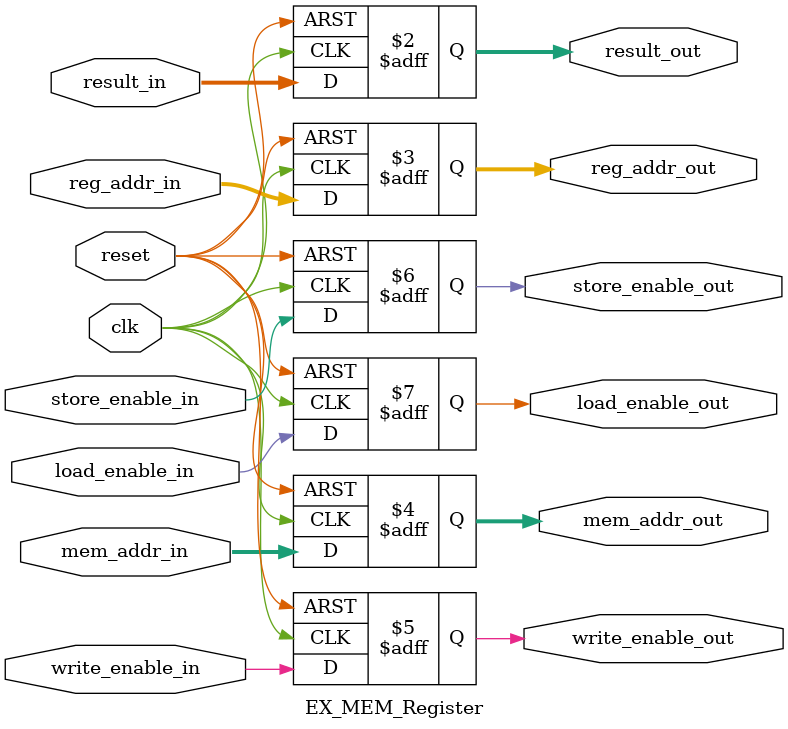
<source format=v>
module EX_MEM_Register (
	input clk,                          
	input reset,                        
	
	// Inputs from EX
	input [15:0] result_in,     			// Result (ALU output or IMMEDIATE)
	input [3:0] reg_addr_in,   			// Register address for write-back 
	input [3:0] mem_addr_in,      		// Memory address
	input write_enable_in,      			// Write enable
	input store_enable_in,       			// Store enable
	input load_enable_in,         		// Load enable
	
	// Outputs to Memory
	output reg [15:0] result_out, 		// Result
	output reg [3:0] reg_addr_out, 		// Register address for Writeback stage
	output reg [3:0] mem_addr_out, 		// Memory address 
	output reg write_enable_out,    		// Write enable signal for Writeback stage
	output reg store_enable_out,    		// Store enable signal
	output reg load_enable_out     		// Load enable signal
);

	always @(posedge clk or posedge reset) begin
		if (reset) begin
			// Reset all outputs to default values
			result_out <= 16'b0;
			load_enable_out <= 1'b0;
			store_enable_out <= 1'b0;
			mem_addr_out <= 4'b0;   
			reg_addr_out <= 4'b0;      
			write_enable_out <= 1'b0;    
		end else begin
			result_out <= result_in;   
			load_enable_out <= load_enable_in;
			store_enable_out <= store_enable_in;
			mem_addr_out <= mem_addr_in;     
			reg_addr_out <= reg_addr_in;  
			write_enable_out <= write_enable_in; 
		end
	end

endmodule

</source>
